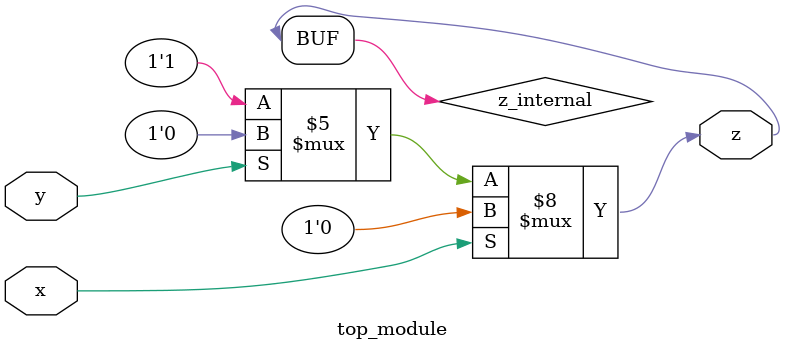
<source format=sv>
module top_module(
	input x,
	input y,
	output z);

	// Declare internal signals
	reg z_internal;
	
	// Assign signal z_internal based on input values x and y
	always @(x, y)
		begin
			if (x == 1'b1)
				z_internal <= 1'b0;
			else if (y == 1'b1)
				z_internal <= 1'b0;
			else
				z_internal <= 1'b1;
		end
	
	// Assign output z to z_internal
	assign z = z_internal;

endmodule

</source>
